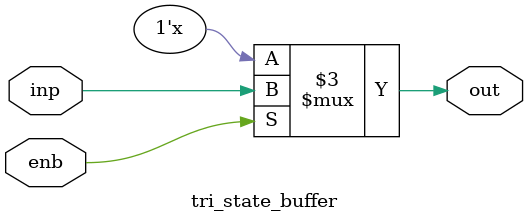
<source format=v>
module tri_state_buffer(input inp, enb, output reg out);

always@(*)
begin
if(enb)
out = inp;
else
out = 1'bz;
end
endmodule


</source>
